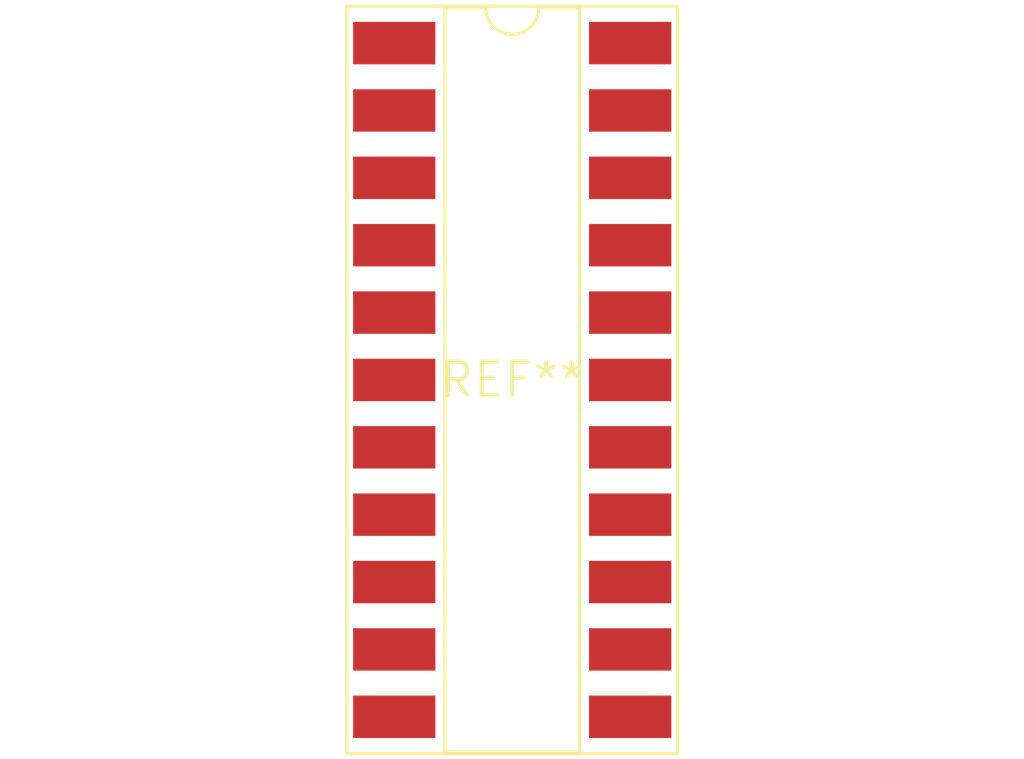
<source format=kicad_pcb>
(kicad_pcb (version 20240108) (generator pcbnew)
  (layers (0 "F.Cu" signal) (31 "B.Cu" signal) (34 "B.Paste" user) (35 "F.Paste" user) (36 "B.SilkS" user "B.Silkscreen") (37 "F.SilkS" user "F.Silkscreen") (38 "B.Mask" user) (39 "F.Mask" user) (44 "Edge.Cuts" user))
  (net 0 "")
  (footprint "DIP-22_W8.89mm_SMDSocket_LongPads" (layer "F.Cu") (at 0 0)
    (property "Reference" "REF**")
    (property "Value" "DIP-22_W8.89mm_SMDSocket_LongPads")
    (fp_line (start -6.235 -14.09) (end -6.235 14.09) (layer "F.SilkS") (stroke (width 0.12)))
    (fp_line (start -6.235 14.09) (end 6.235 14.09) (layer "F.SilkS") (stroke (width 0.12)))
    (fp_line (start -2.535 -14.03) (end -2.535 14.03) (layer "F.SilkS") (stroke (width 0.12)))
    (fp_line (start -2.535 14.03) (end 2.535 14.03) (layer "F.SilkS") (stroke (width 0.12)))
    (fp_line (start -1 -14.03) (end -2.535 -14.03) (layer "F.SilkS") (stroke (width 0.12)))
    (fp_line (start 2.535 -14.03) (end 1 -14.03) (layer "F.SilkS") (stroke (width 0.12)))
    (fp_line (start 2.535 14.03) (end 2.535 -14.03) (layer "F.SilkS") (stroke (width 0.12)))
    (fp_line (start 6.235 -14.09) (end -6.235 -14.09) (layer "F.SilkS") (stroke (width 0.12)))
    (fp_line (start 6.235 14.09) (end 6.235 -14.09) (layer "F.SilkS") (stroke (width 0.12)))
    (fp_arc (start 1 -14.03) (mid 0 -13.03) (end -1 -14.03) (layer "F.SilkS") (stroke (width 0.12)))
    (pad "1" smd rect (at -4.445 -12.7) (size 3.1 1.6) (layers "F.Cu" "F.Paste" "F.Mask"))
    (pad "2" smd rect (at -4.445 -10.16) (size 3.1 1.6) (layers "F.Cu" "F.Paste" "F.Mask"))
    (pad "3" smd rect (at -4.445 -7.62) (size 3.1 1.6) (layers "F.Cu" "F.Paste" "F.Mask"))
    (pad "4" smd rect (at -4.445 -5.08) (size 3.1 1.6) (layers "F.Cu" "F.Paste" "F.Mask"))
    (pad "5" smd rect (at -4.445 -2.54) (size 3.1 1.6) (layers "F.Cu" "F.Paste" "F.Mask"))
    (pad "6" smd rect (at -4.445 0) (size 3.1 1.6) (layers "F.Cu" "F.Paste" "F.Mask"))
    (pad "7" smd rect (at -4.445 2.54) (size 3.1 1.6) (layers "F.Cu" "F.Paste" "F.Mask"))
    (pad "8" smd rect (at -4.445 5.08) (size 3.1 1.6) (layers "F.Cu" "F.Paste" "F.Mask"))
    (pad "9" smd rect (at -4.445 7.62) (size 3.1 1.6) (layers "F.Cu" "F.Paste" "F.Mask"))
    (pad "10" smd rect (at -4.445 10.16) (size 3.1 1.6) (layers "F.Cu" "F.Paste" "F.Mask"))
    (pad "11" smd rect (at -4.445 12.7) (size 3.1 1.6) (layers "F.Cu" "F.Paste" "F.Mask"))
    (pad "12" smd rect (at 4.445 12.7) (size 3.1 1.6) (layers "F.Cu" "F.Paste" "F.Mask"))
    (pad "13" smd rect (at 4.445 10.16) (size 3.1 1.6) (layers "F.Cu" "F.Paste" "F.Mask"))
    (pad "14" smd rect (at 4.445 7.62) (size 3.1 1.6) (layers "F.Cu" "F.Paste" "F.Mask"))
    (pad "15" smd rect (at 4.445 5.08) (size 3.1 1.6) (layers "F.Cu" "F.Paste" "F.Mask"))
    (pad "16" smd rect (at 4.445 2.54) (size 3.1 1.6) (layers "F.Cu" "F.Paste" "F.Mask"))
    (pad "17" smd rect (at 4.445 0) (size 3.1 1.6) (layers "F.Cu" "F.Paste" "F.Mask"))
    (pad "18" smd rect (at 4.445 -2.54) (size 3.1 1.6) (layers "F.Cu" "F.Paste" "F.Mask"))
    (pad "19" smd rect (at 4.445 -5.08) (size 3.1 1.6) (layers "F.Cu" "F.Paste" "F.Mask"))
    (pad "20" smd rect (at 4.445 -7.62) (size 3.1 1.6) (layers "F.Cu" "F.Paste" "F.Mask"))
    (pad "21" smd rect (at 4.445 -10.16) (size 3.1 1.6) (layers "F.Cu" "F.Paste" "F.Mask"))
    (pad "22" smd rect (at 4.445 -12.7) (size 3.1 1.6) (layers "F.Cu" "F.Paste" "F.Mask"))
  )
)
</source>
